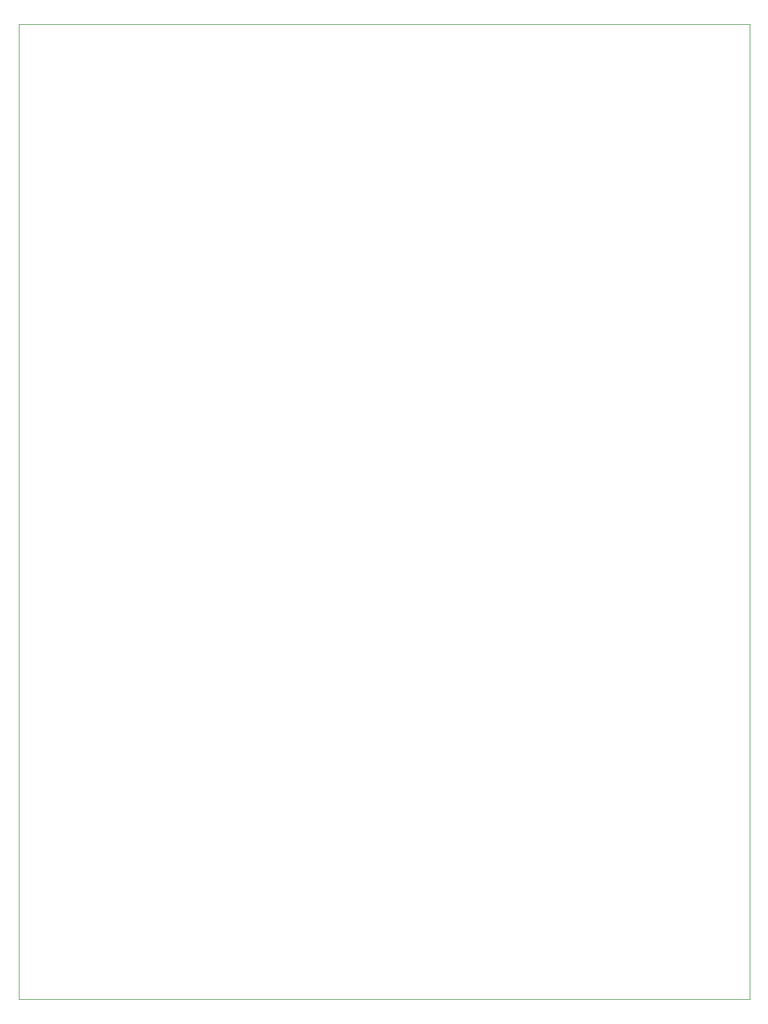
<source format=gbr>
G04 #@! TF.FileFunction,Profile,NP*
%FSLAX46Y46*%
G04 Gerber Fmt 4.6, Leading zero omitted, Abs format (unit mm)*
G04 Created by KiCad (PCBNEW 4.0.7) date 02/22/18 17:44:16*
%MOMM*%
%LPD*%
G01*
G04 APERTURE LIST*
%ADD10C,0.100000*%
G04 APERTURE END LIST*
D10*
X135000000Y-175000000D02*
X30000000Y-175000000D01*
X135000000Y-35000000D02*
X135000000Y-175000000D01*
X30000000Y-35000000D02*
X135000000Y-35000000D01*
X30000000Y-175000000D02*
X30000000Y-35000000D01*
M02*

</source>
